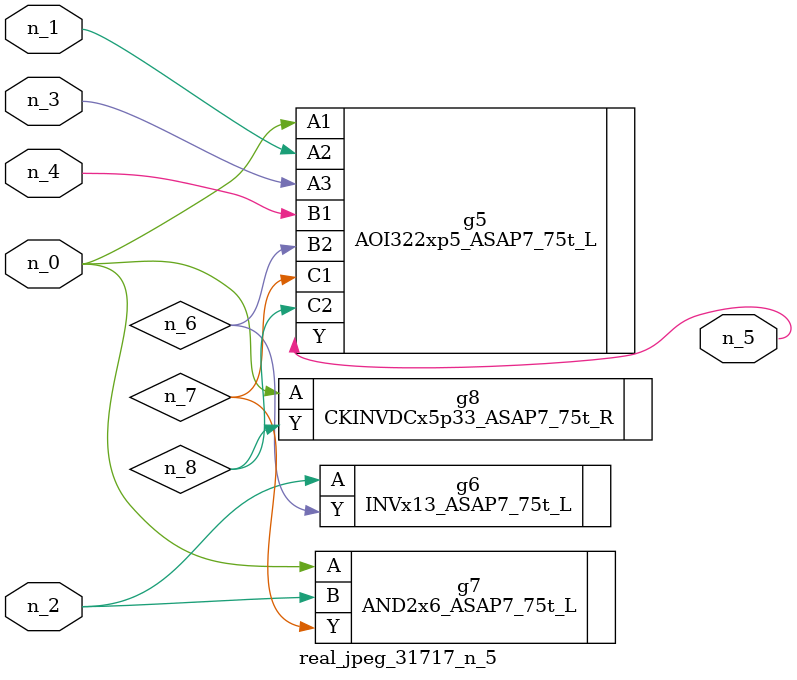
<source format=v>
module real_jpeg_31717_n_5 (n_4, n_0, n_1, n_2, n_3, n_5);

input n_4;
input n_0;
input n_1;
input n_2;
input n_3;

output n_5;

wire n_8;
wire n_6;
wire n_7;

AOI322xp5_ASAP7_75t_L g5 ( 
.A1(n_0),
.A2(n_1),
.A3(n_3),
.B1(n_4),
.B2(n_6),
.C1(n_7),
.C2(n_8),
.Y(n_5)
);

AND2x6_ASAP7_75t_L g7 ( 
.A(n_0),
.B(n_2),
.Y(n_7)
);

CKINVDCx5p33_ASAP7_75t_R g8 ( 
.A(n_0),
.Y(n_8)
);

INVx13_ASAP7_75t_L g6 ( 
.A(n_2),
.Y(n_6)
);


endmodule
</source>
